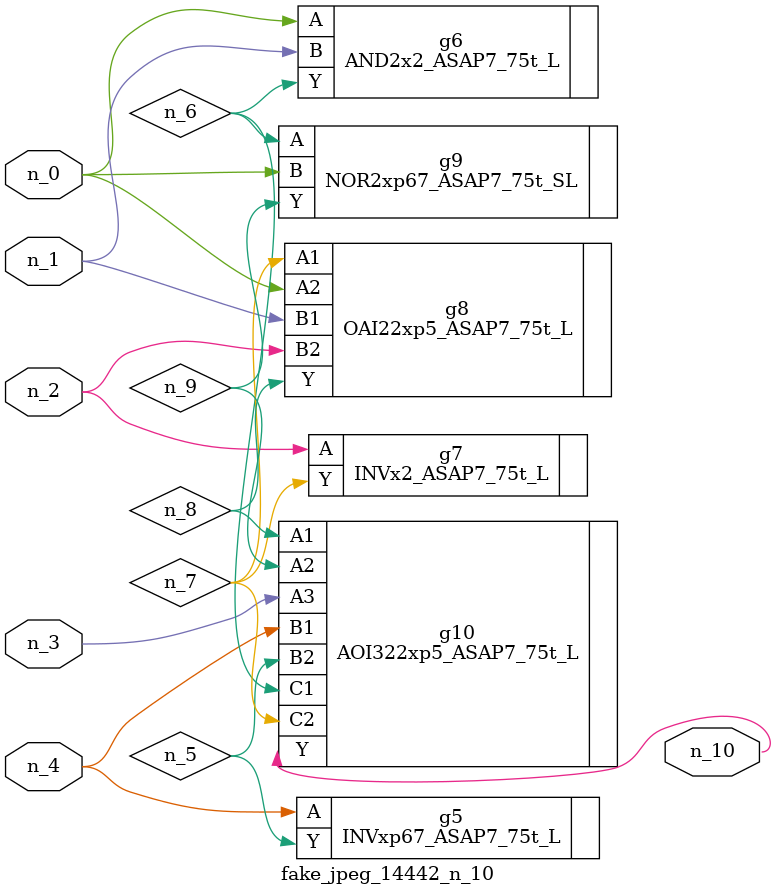
<source format=v>
module fake_jpeg_14442_n_10 (n_3, n_2, n_1, n_0, n_4, n_10);

input n_3;
input n_2;
input n_1;
input n_0;
input n_4;

output n_10;

wire n_8;
wire n_9;
wire n_6;
wire n_5;
wire n_7;

INVxp67_ASAP7_75t_L g5 ( 
.A(n_4),
.Y(n_5)
);

AND2x2_ASAP7_75t_L g6 ( 
.A(n_0),
.B(n_1),
.Y(n_6)
);

INVx2_ASAP7_75t_L g7 ( 
.A(n_2),
.Y(n_7)
);

OAI22xp5_ASAP7_75t_L g8 ( 
.A1(n_7),
.A2(n_0),
.B1(n_1),
.B2(n_2),
.Y(n_8)
);

AOI322xp5_ASAP7_75t_L g10 ( 
.A1(n_8),
.A2(n_9),
.A3(n_3),
.B1(n_4),
.B2(n_5),
.C1(n_6),
.C2(n_7),
.Y(n_10)
);

NOR2xp67_ASAP7_75t_SL g9 ( 
.A(n_6),
.B(n_0),
.Y(n_9)
);


endmodule
</source>
